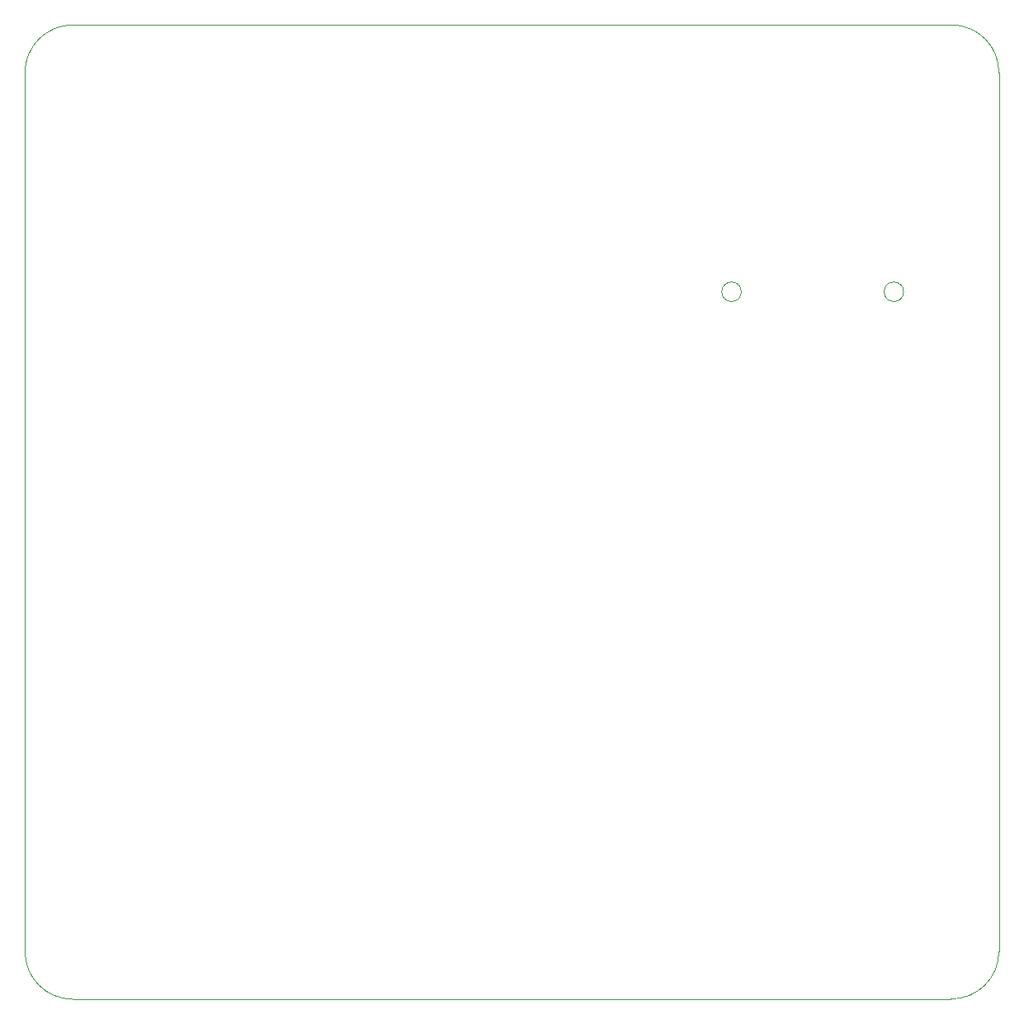
<source format=gbr>
%TF.GenerationSoftware,KiCad,Pcbnew,(6.0.9)*%
%TF.CreationDate,2023-04-07T16:32:21+03:00*%
%TF.ProjectId,ESP32_power_meter_MP3_player_WIFI_radio_V2,45535033-325f-4706-9f77-65725f6d6574,rev?*%
%TF.SameCoordinates,Original*%
%TF.FileFunction,Profile,NP*%
%FSLAX46Y46*%
G04 Gerber Fmt 4.6, Leading zero omitted, Abs format (unit mm)*
G04 Created by KiCad (PCBNEW (6.0.9)) date 2023-04-07 16:32:21*
%MOMM*%
%LPD*%
G01*
G04 APERTURE LIST*
%TA.AperFunction,Profile*%
%ADD10C,0.100000*%
%TD*%
%TA.AperFunction,Profile*%
%ADD11C,0.120000*%
%TD*%
G04 APERTURE END LIST*
D10*
X149961600Y-145105552D02*
X149961600Y-54944997D01*
X54944997Y-50017244D02*
G75*
G03*
X50016884Y-54944848I-257J-4927856D01*
G01*
X149961593Y-54944997D02*
G75*
G03*
X145105552Y-50016884I-4856293J71297D01*
G01*
X145034000Y-149961584D02*
G75*
G03*
X149961600Y-145105552I70800J4856284D01*
G01*
X50038000Y-145054603D02*
X50016884Y-54944848D01*
X50038007Y-145054603D02*
G75*
G03*
X54894048Y-149982716I4856293J-71297D01*
G01*
X145034000Y-149961600D02*
X54894048Y-149982716D01*
X54944997Y-50017243D02*
X145105552Y-50016884D01*
D11*
%TO.C,J5*%
X123530000Y-77400000D02*
G75*
G03*
X123530000Y-77400000I-1000000J0D01*
G01*
X140182000Y-77400000D02*
G75*
G03*
X140182000Y-77400000I-1000000J0D01*
G01*
%TD*%
M02*

</source>
